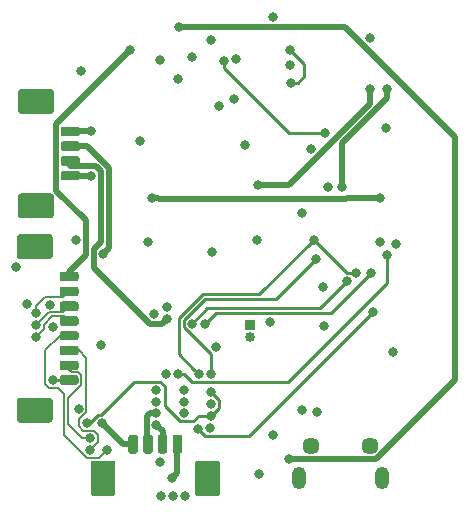
<source format=gbl>
G04 #@! TF.GenerationSoftware,KiCad,Pcbnew,(5.1.5)-3*
G04 #@! TF.CreationDate,2021-09-06T00:05:08-04:00*
G04 #@! TF.ProjectId,EPC611 LIDAR,45504336-3131-4204-9c49-4441522e6b69,rev?*
G04 #@! TF.SameCoordinates,Original*
G04 #@! TF.FileFunction,Copper,L4,Bot*
G04 #@! TF.FilePolarity,Positive*
%FSLAX46Y46*%
G04 Gerber Fmt 4.6, Leading zero omitted, Abs format (unit mm)*
G04 Created by KiCad (PCBNEW (5.1.5)-3) date 2021-09-06 00:05:08*
%MOMM*%
%LPD*%
G04 APERTURE LIST*
%ADD10O,0.850000X0.850000*%
%ADD11R,0.850000X0.850000*%
%ADD12C,0.100000*%
%ADD13O,1.200000X1.900000*%
%ADD14C,1.450000*%
%ADD15C,0.800000*%
%ADD16C,0.250000*%
%ADD17C,0.500000*%
%ADD18C,0.155000*%
G04 APERTURE END LIST*
D10*
X100600000Y-100500000D03*
D11*
X100600000Y-99500000D03*
G04 #@! TA.AperFunction,SMDPad,CuDef*
D12*
G36*
X83674594Y-91826203D02*
G01*
X83698853Y-91829802D01*
X83722642Y-91835761D01*
X83745733Y-91844023D01*
X83767902Y-91854508D01*
X83788937Y-91867116D01*
X83808635Y-91881725D01*
X83826806Y-91898194D01*
X83843275Y-91916365D01*
X83857884Y-91936063D01*
X83870492Y-91957098D01*
X83880977Y-91979267D01*
X83889239Y-92002358D01*
X83895198Y-92026147D01*
X83898797Y-92050406D01*
X83900000Y-92074900D01*
X83900000Y-93675100D01*
X83898797Y-93699594D01*
X83895198Y-93723853D01*
X83889239Y-93747642D01*
X83880977Y-93770733D01*
X83870492Y-93792902D01*
X83857884Y-93813937D01*
X83843275Y-93833635D01*
X83826806Y-93851806D01*
X83808635Y-93868275D01*
X83788937Y-93882884D01*
X83767902Y-93895492D01*
X83745733Y-93905977D01*
X83722642Y-93914239D01*
X83698853Y-93920198D01*
X83674594Y-93923797D01*
X83650100Y-93925000D01*
X81149900Y-93925000D01*
X81125406Y-93923797D01*
X81101147Y-93920198D01*
X81077358Y-93914239D01*
X81054267Y-93905977D01*
X81032098Y-93895492D01*
X81011063Y-93882884D01*
X80991365Y-93868275D01*
X80973194Y-93851806D01*
X80956725Y-93833635D01*
X80942116Y-93813937D01*
X80929508Y-93792902D01*
X80919023Y-93770733D01*
X80910761Y-93747642D01*
X80904802Y-93723853D01*
X80901203Y-93699594D01*
X80900000Y-93675100D01*
X80900000Y-92074900D01*
X80901203Y-92050406D01*
X80904802Y-92026147D01*
X80910761Y-92002358D01*
X80919023Y-91979267D01*
X80929508Y-91957098D01*
X80942116Y-91936063D01*
X80956725Y-91916365D01*
X80973194Y-91898194D01*
X80991365Y-91881725D01*
X81011063Y-91867116D01*
X81032098Y-91854508D01*
X81054267Y-91844023D01*
X81077358Y-91835761D01*
X81101147Y-91829802D01*
X81125406Y-91826203D01*
X81149900Y-91825000D01*
X83650100Y-91825000D01*
X83674594Y-91826203D01*
G37*
G04 #@! TD.AperFunction*
G04 #@! TA.AperFunction,SMDPad,CuDef*
G36*
X83674504Y-105676204D02*
G01*
X83698773Y-105679804D01*
X83722571Y-105685765D01*
X83745671Y-105694030D01*
X83767849Y-105704520D01*
X83788893Y-105717133D01*
X83808598Y-105731747D01*
X83826777Y-105748223D01*
X83843253Y-105766402D01*
X83857867Y-105786107D01*
X83870480Y-105807151D01*
X83880970Y-105829329D01*
X83889235Y-105852429D01*
X83895196Y-105876227D01*
X83898796Y-105900496D01*
X83900000Y-105925000D01*
X83900000Y-107525000D01*
X83898796Y-107549504D01*
X83895196Y-107573773D01*
X83889235Y-107597571D01*
X83880970Y-107620671D01*
X83870480Y-107642849D01*
X83857867Y-107663893D01*
X83843253Y-107683598D01*
X83826777Y-107701777D01*
X83808598Y-107718253D01*
X83788893Y-107732867D01*
X83767849Y-107745480D01*
X83745671Y-107755970D01*
X83722571Y-107764235D01*
X83698773Y-107770196D01*
X83674504Y-107773796D01*
X83650000Y-107775000D01*
X81150000Y-107775000D01*
X81125496Y-107773796D01*
X81101227Y-107770196D01*
X81077429Y-107764235D01*
X81054329Y-107755970D01*
X81032151Y-107745480D01*
X81011107Y-107732867D01*
X80991402Y-107718253D01*
X80973223Y-107701777D01*
X80956747Y-107683598D01*
X80942133Y-107663893D01*
X80929520Y-107642849D01*
X80919030Y-107620671D01*
X80910765Y-107597571D01*
X80904804Y-107573773D01*
X80901204Y-107549504D01*
X80900000Y-107525000D01*
X80900000Y-105925000D01*
X80901204Y-105900496D01*
X80904804Y-105876227D01*
X80910765Y-105852429D01*
X80919030Y-105829329D01*
X80929520Y-105807151D01*
X80942133Y-105786107D01*
X80956747Y-105766402D01*
X80973223Y-105748223D01*
X80991402Y-105731747D01*
X81011107Y-105717133D01*
X81032151Y-105704520D01*
X81054329Y-105694030D01*
X81077429Y-105685765D01*
X81101227Y-105679804D01*
X81125496Y-105676204D01*
X81150000Y-105675000D01*
X83650000Y-105675000D01*
X83674504Y-105676204D01*
G37*
G04 #@! TD.AperFunction*
G04 #@! TA.AperFunction,SMDPad,CuDef*
G36*
X85919603Y-95025963D02*
G01*
X85939018Y-95028843D01*
X85958057Y-95033612D01*
X85976537Y-95040224D01*
X85994279Y-95048616D01*
X86011114Y-95058706D01*
X86026879Y-95070398D01*
X86041421Y-95083579D01*
X86054602Y-95098121D01*
X86066294Y-95113886D01*
X86076384Y-95130721D01*
X86084776Y-95148463D01*
X86091388Y-95166943D01*
X86096157Y-95185982D01*
X86099037Y-95205397D01*
X86100000Y-95225000D01*
X86100000Y-95625000D01*
X86099037Y-95644603D01*
X86096157Y-95664018D01*
X86091388Y-95683057D01*
X86084776Y-95701537D01*
X86076384Y-95719279D01*
X86066294Y-95736114D01*
X86054602Y-95751879D01*
X86041421Y-95766421D01*
X86026879Y-95779602D01*
X86011114Y-95791294D01*
X85994279Y-95801384D01*
X85976537Y-95809776D01*
X85958057Y-95816388D01*
X85939018Y-95821157D01*
X85919603Y-95824037D01*
X85900000Y-95825000D01*
X84700000Y-95825000D01*
X84680397Y-95824037D01*
X84660982Y-95821157D01*
X84641943Y-95816388D01*
X84623463Y-95809776D01*
X84605721Y-95801384D01*
X84588886Y-95791294D01*
X84573121Y-95779602D01*
X84558579Y-95766421D01*
X84545398Y-95751879D01*
X84533706Y-95736114D01*
X84523616Y-95719279D01*
X84515224Y-95701537D01*
X84508612Y-95683057D01*
X84503843Y-95664018D01*
X84500963Y-95644603D01*
X84500000Y-95625000D01*
X84500000Y-95225000D01*
X84500963Y-95205397D01*
X84503843Y-95185982D01*
X84508612Y-95166943D01*
X84515224Y-95148463D01*
X84523616Y-95130721D01*
X84533706Y-95113886D01*
X84545398Y-95098121D01*
X84558579Y-95083579D01*
X84573121Y-95070398D01*
X84588886Y-95058706D01*
X84605721Y-95048616D01*
X84623463Y-95040224D01*
X84641943Y-95033612D01*
X84660982Y-95028843D01*
X84680397Y-95025963D01*
X84700000Y-95025000D01*
X85900000Y-95025000D01*
X85919603Y-95025963D01*
G37*
G04 #@! TD.AperFunction*
G04 #@! TA.AperFunction,SMDPad,CuDef*
G36*
X85919603Y-96275963D02*
G01*
X85939018Y-96278843D01*
X85958057Y-96283612D01*
X85976537Y-96290224D01*
X85994279Y-96298616D01*
X86011114Y-96308706D01*
X86026879Y-96320398D01*
X86041421Y-96333579D01*
X86054602Y-96348121D01*
X86066294Y-96363886D01*
X86076384Y-96380721D01*
X86084776Y-96398463D01*
X86091388Y-96416943D01*
X86096157Y-96435982D01*
X86099037Y-96455397D01*
X86100000Y-96475000D01*
X86100000Y-96875000D01*
X86099037Y-96894603D01*
X86096157Y-96914018D01*
X86091388Y-96933057D01*
X86084776Y-96951537D01*
X86076384Y-96969279D01*
X86066294Y-96986114D01*
X86054602Y-97001879D01*
X86041421Y-97016421D01*
X86026879Y-97029602D01*
X86011114Y-97041294D01*
X85994279Y-97051384D01*
X85976537Y-97059776D01*
X85958057Y-97066388D01*
X85939018Y-97071157D01*
X85919603Y-97074037D01*
X85900000Y-97075000D01*
X84700000Y-97075000D01*
X84680397Y-97074037D01*
X84660982Y-97071157D01*
X84641943Y-97066388D01*
X84623463Y-97059776D01*
X84605721Y-97051384D01*
X84588886Y-97041294D01*
X84573121Y-97029602D01*
X84558579Y-97016421D01*
X84545398Y-97001879D01*
X84533706Y-96986114D01*
X84523616Y-96969279D01*
X84515224Y-96951537D01*
X84508612Y-96933057D01*
X84503843Y-96914018D01*
X84500963Y-96894603D01*
X84500000Y-96875000D01*
X84500000Y-96475000D01*
X84500963Y-96455397D01*
X84503843Y-96435982D01*
X84508612Y-96416943D01*
X84515224Y-96398463D01*
X84523616Y-96380721D01*
X84533706Y-96363886D01*
X84545398Y-96348121D01*
X84558579Y-96333579D01*
X84573121Y-96320398D01*
X84588886Y-96308706D01*
X84605721Y-96298616D01*
X84623463Y-96290224D01*
X84641943Y-96283612D01*
X84660982Y-96278843D01*
X84680397Y-96275963D01*
X84700000Y-96275000D01*
X85900000Y-96275000D01*
X85919603Y-96275963D01*
G37*
G04 #@! TD.AperFunction*
G04 #@! TA.AperFunction,SMDPad,CuDef*
G36*
X85919603Y-97525963D02*
G01*
X85939018Y-97528843D01*
X85958057Y-97533612D01*
X85976537Y-97540224D01*
X85994279Y-97548616D01*
X86011114Y-97558706D01*
X86026879Y-97570398D01*
X86041421Y-97583579D01*
X86054602Y-97598121D01*
X86066294Y-97613886D01*
X86076384Y-97630721D01*
X86084776Y-97648463D01*
X86091388Y-97666943D01*
X86096157Y-97685982D01*
X86099037Y-97705397D01*
X86100000Y-97725000D01*
X86100000Y-98125000D01*
X86099037Y-98144603D01*
X86096157Y-98164018D01*
X86091388Y-98183057D01*
X86084776Y-98201537D01*
X86076384Y-98219279D01*
X86066294Y-98236114D01*
X86054602Y-98251879D01*
X86041421Y-98266421D01*
X86026879Y-98279602D01*
X86011114Y-98291294D01*
X85994279Y-98301384D01*
X85976537Y-98309776D01*
X85958057Y-98316388D01*
X85939018Y-98321157D01*
X85919603Y-98324037D01*
X85900000Y-98325000D01*
X84700000Y-98325000D01*
X84680397Y-98324037D01*
X84660982Y-98321157D01*
X84641943Y-98316388D01*
X84623463Y-98309776D01*
X84605721Y-98301384D01*
X84588886Y-98291294D01*
X84573121Y-98279602D01*
X84558579Y-98266421D01*
X84545398Y-98251879D01*
X84533706Y-98236114D01*
X84523616Y-98219279D01*
X84515224Y-98201537D01*
X84508612Y-98183057D01*
X84503843Y-98164018D01*
X84500963Y-98144603D01*
X84500000Y-98125000D01*
X84500000Y-97725000D01*
X84500963Y-97705397D01*
X84503843Y-97685982D01*
X84508612Y-97666943D01*
X84515224Y-97648463D01*
X84523616Y-97630721D01*
X84533706Y-97613886D01*
X84545398Y-97598121D01*
X84558579Y-97583579D01*
X84573121Y-97570398D01*
X84588886Y-97558706D01*
X84605721Y-97548616D01*
X84623463Y-97540224D01*
X84641943Y-97533612D01*
X84660982Y-97528843D01*
X84680397Y-97525963D01*
X84700000Y-97525000D01*
X85900000Y-97525000D01*
X85919603Y-97525963D01*
G37*
G04 #@! TD.AperFunction*
G04 #@! TA.AperFunction,SMDPad,CuDef*
G36*
X85919603Y-98775963D02*
G01*
X85939018Y-98778843D01*
X85958057Y-98783612D01*
X85976537Y-98790224D01*
X85994279Y-98798616D01*
X86011114Y-98808706D01*
X86026879Y-98820398D01*
X86041421Y-98833579D01*
X86054602Y-98848121D01*
X86066294Y-98863886D01*
X86076384Y-98880721D01*
X86084776Y-98898463D01*
X86091388Y-98916943D01*
X86096157Y-98935982D01*
X86099037Y-98955397D01*
X86100000Y-98975000D01*
X86100000Y-99375000D01*
X86099037Y-99394603D01*
X86096157Y-99414018D01*
X86091388Y-99433057D01*
X86084776Y-99451537D01*
X86076384Y-99469279D01*
X86066294Y-99486114D01*
X86054602Y-99501879D01*
X86041421Y-99516421D01*
X86026879Y-99529602D01*
X86011114Y-99541294D01*
X85994279Y-99551384D01*
X85976537Y-99559776D01*
X85958057Y-99566388D01*
X85939018Y-99571157D01*
X85919603Y-99574037D01*
X85900000Y-99575000D01*
X84700000Y-99575000D01*
X84680397Y-99574037D01*
X84660982Y-99571157D01*
X84641943Y-99566388D01*
X84623463Y-99559776D01*
X84605721Y-99551384D01*
X84588886Y-99541294D01*
X84573121Y-99529602D01*
X84558579Y-99516421D01*
X84545398Y-99501879D01*
X84533706Y-99486114D01*
X84523616Y-99469279D01*
X84515224Y-99451537D01*
X84508612Y-99433057D01*
X84503843Y-99414018D01*
X84500963Y-99394603D01*
X84500000Y-99375000D01*
X84500000Y-98975000D01*
X84500963Y-98955397D01*
X84503843Y-98935982D01*
X84508612Y-98916943D01*
X84515224Y-98898463D01*
X84523616Y-98880721D01*
X84533706Y-98863886D01*
X84545398Y-98848121D01*
X84558579Y-98833579D01*
X84573121Y-98820398D01*
X84588886Y-98808706D01*
X84605721Y-98798616D01*
X84623463Y-98790224D01*
X84641943Y-98783612D01*
X84660982Y-98778843D01*
X84680397Y-98775963D01*
X84700000Y-98775000D01*
X85900000Y-98775000D01*
X85919603Y-98775963D01*
G37*
G04 #@! TD.AperFunction*
G04 #@! TA.AperFunction,SMDPad,CuDef*
G36*
X85919603Y-100025963D02*
G01*
X85939018Y-100028843D01*
X85958057Y-100033612D01*
X85976537Y-100040224D01*
X85994279Y-100048616D01*
X86011114Y-100058706D01*
X86026879Y-100070398D01*
X86041421Y-100083579D01*
X86054602Y-100098121D01*
X86066294Y-100113886D01*
X86076384Y-100130721D01*
X86084776Y-100148463D01*
X86091388Y-100166943D01*
X86096157Y-100185982D01*
X86099037Y-100205397D01*
X86100000Y-100225000D01*
X86100000Y-100625000D01*
X86099037Y-100644603D01*
X86096157Y-100664018D01*
X86091388Y-100683057D01*
X86084776Y-100701537D01*
X86076384Y-100719279D01*
X86066294Y-100736114D01*
X86054602Y-100751879D01*
X86041421Y-100766421D01*
X86026879Y-100779602D01*
X86011114Y-100791294D01*
X85994279Y-100801384D01*
X85976537Y-100809776D01*
X85958057Y-100816388D01*
X85939018Y-100821157D01*
X85919603Y-100824037D01*
X85900000Y-100825000D01*
X84700000Y-100825000D01*
X84680397Y-100824037D01*
X84660982Y-100821157D01*
X84641943Y-100816388D01*
X84623463Y-100809776D01*
X84605721Y-100801384D01*
X84588886Y-100791294D01*
X84573121Y-100779602D01*
X84558579Y-100766421D01*
X84545398Y-100751879D01*
X84533706Y-100736114D01*
X84523616Y-100719279D01*
X84515224Y-100701537D01*
X84508612Y-100683057D01*
X84503843Y-100664018D01*
X84500963Y-100644603D01*
X84500000Y-100625000D01*
X84500000Y-100225000D01*
X84500963Y-100205397D01*
X84503843Y-100185982D01*
X84508612Y-100166943D01*
X84515224Y-100148463D01*
X84523616Y-100130721D01*
X84533706Y-100113886D01*
X84545398Y-100098121D01*
X84558579Y-100083579D01*
X84573121Y-100070398D01*
X84588886Y-100058706D01*
X84605721Y-100048616D01*
X84623463Y-100040224D01*
X84641943Y-100033612D01*
X84660982Y-100028843D01*
X84680397Y-100025963D01*
X84700000Y-100025000D01*
X85900000Y-100025000D01*
X85919603Y-100025963D01*
G37*
G04 #@! TD.AperFunction*
G04 #@! TA.AperFunction,SMDPad,CuDef*
G36*
X85919603Y-101275963D02*
G01*
X85939018Y-101278843D01*
X85958057Y-101283612D01*
X85976537Y-101290224D01*
X85994279Y-101298616D01*
X86011114Y-101308706D01*
X86026879Y-101320398D01*
X86041421Y-101333579D01*
X86054602Y-101348121D01*
X86066294Y-101363886D01*
X86076384Y-101380721D01*
X86084776Y-101398463D01*
X86091388Y-101416943D01*
X86096157Y-101435982D01*
X86099037Y-101455397D01*
X86100000Y-101475000D01*
X86100000Y-101875000D01*
X86099037Y-101894603D01*
X86096157Y-101914018D01*
X86091388Y-101933057D01*
X86084776Y-101951537D01*
X86076384Y-101969279D01*
X86066294Y-101986114D01*
X86054602Y-102001879D01*
X86041421Y-102016421D01*
X86026879Y-102029602D01*
X86011114Y-102041294D01*
X85994279Y-102051384D01*
X85976537Y-102059776D01*
X85958057Y-102066388D01*
X85939018Y-102071157D01*
X85919603Y-102074037D01*
X85900000Y-102075000D01*
X84700000Y-102075000D01*
X84680397Y-102074037D01*
X84660982Y-102071157D01*
X84641943Y-102066388D01*
X84623463Y-102059776D01*
X84605721Y-102051384D01*
X84588886Y-102041294D01*
X84573121Y-102029602D01*
X84558579Y-102016421D01*
X84545398Y-102001879D01*
X84533706Y-101986114D01*
X84523616Y-101969279D01*
X84515224Y-101951537D01*
X84508612Y-101933057D01*
X84503843Y-101914018D01*
X84500963Y-101894603D01*
X84500000Y-101875000D01*
X84500000Y-101475000D01*
X84500963Y-101455397D01*
X84503843Y-101435982D01*
X84508612Y-101416943D01*
X84515224Y-101398463D01*
X84523616Y-101380721D01*
X84533706Y-101363886D01*
X84545398Y-101348121D01*
X84558579Y-101333579D01*
X84573121Y-101320398D01*
X84588886Y-101308706D01*
X84605721Y-101298616D01*
X84623463Y-101290224D01*
X84641943Y-101283612D01*
X84660982Y-101278843D01*
X84680397Y-101275963D01*
X84700000Y-101275000D01*
X85900000Y-101275000D01*
X85919603Y-101275963D01*
G37*
G04 #@! TD.AperFunction*
G04 #@! TA.AperFunction,SMDPad,CuDef*
G36*
X85919603Y-102525963D02*
G01*
X85939018Y-102528843D01*
X85958057Y-102533612D01*
X85976537Y-102540224D01*
X85994279Y-102548616D01*
X86011114Y-102558706D01*
X86026879Y-102570398D01*
X86041421Y-102583579D01*
X86054602Y-102598121D01*
X86066294Y-102613886D01*
X86076384Y-102630721D01*
X86084776Y-102648463D01*
X86091388Y-102666943D01*
X86096157Y-102685982D01*
X86099037Y-102705397D01*
X86100000Y-102725000D01*
X86100000Y-103125000D01*
X86099037Y-103144603D01*
X86096157Y-103164018D01*
X86091388Y-103183057D01*
X86084776Y-103201537D01*
X86076384Y-103219279D01*
X86066294Y-103236114D01*
X86054602Y-103251879D01*
X86041421Y-103266421D01*
X86026879Y-103279602D01*
X86011114Y-103291294D01*
X85994279Y-103301384D01*
X85976537Y-103309776D01*
X85958057Y-103316388D01*
X85939018Y-103321157D01*
X85919603Y-103324037D01*
X85900000Y-103325000D01*
X84700000Y-103325000D01*
X84680397Y-103324037D01*
X84660982Y-103321157D01*
X84641943Y-103316388D01*
X84623463Y-103309776D01*
X84605721Y-103301384D01*
X84588886Y-103291294D01*
X84573121Y-103279602D01*
X84558579Y-103266421D01*
X84545398Y-103251879D01*
X84533706Y-103236114D01*
X84523616Y-103219279D01*
X84515224Y-103201537D01*
X84508612Y-103183057D01*
X84503843Y-103164018D01*
X84500963Y-103144603D01*
X84500000Y-103125000D01*
X84500000Y-102725000D01*
X84500963Y-102705397D01*
X84503843Y-102685982D01*
X84508612Y-102666943D01*
X84515224Y-102648463D01*
X84523616Y-102630721D01*
X84533706Y-102613886D01*
X84545398Y-102598121D01*
X84558579Y-102583579D01*
X84573121Y-102570398D01*
X84588886Y-102558706D01*
X84605721Y-102548616D01*
X84623463Y-102540224D01*
X84641943Y-102533612D01*
X84660982Y-102528843D01*
X84680397Y-102525963D01*
X84700000Y-102525000D01*
X85900000Y-102525000D01*
X85919603Y-102525963D01*
G37*
G04 #@! TD.AperFunction*
G04 #@! TA.AperFunction,SMDPad,CuDef*
G36*
X85919603Y-103775963D02*
G01*
X85939018Y-103778843D01*
X85958057Y-103783612D01*
X85976537Y-103790224D01*
X85994279Y-103798616D01*
X86011114Y-103808706D01*
X86026879Y-103820398D01*
X86041421Y-103833579D01*
X86054602Y-103848121D01*
X86066294Y-103863886D01*
X86076384Y-103880721D01*
X86084776Y-103898463D01*
X86091388Y-103916943D01*
X86096157Y-103935982D01*
X86099037Y-103955397D01*
X86100000Y-103975000D01*
X86100000Y-104375000D01*
X86099037Y-104394603D01*
X86096157Y-104414018D01*
X86091388Y-104433057D01*
X86084776Y-104451537D01*
X86076384Y-104469279D01*
X86066294Y-104486114D01*
X86054602Y-104501879D01*
X86041421Y-104516421D01*
X86026879Y-104529602D01*
X86011114Y-104541294D01*
X85994279Y-104551384D01*
X85976537Y-104559776D01*
X85958057Y-104566388D01*
X85939018Y-104571157D01*
X85919603Y-104574037D01*
X85900000Y-104575000D01*
X84700000Y-104575000D01*
X84680397Y-104574037D01*
X84660982Y-104571157D01*
X84641943Y-104566388D01*
X84623463Y-104559776D01*
X84605721Y-104551384D01*
X84588886Y-104541294D01*
X84573121Y-104529602D01*
X84558579Y-104516421D01*
X84545398Y-104501879D01*
X84533706Y-104486114D01*
X84523616Y-104469279D01*
X84515224Y-104451537D01*
X84508612Y-104433057D01*
X84503843Y-104414018D01*
X84500963Y-104394603D01*
X84500000Y-104375000D01*
X84500000Y-103975000D01*
X84500963Y-103955397D01*
X84503843Y-103935982D01*
X84508612Y-103916943D01*
X84515224Y-103898463D01*
X84523616Y-103880721D01*
X84533706Y-103863886D01*
X84545398Y-103848121D01*
X84558579Y-103833579D01*
X84573121Y-103820398D01*
X84588886Y-103808706D01*
X84605721Y-103798616D01*
X84623463Y-103790224D01*
X84641943Y-103783612D01*
X84660982Y-103778843D01*
X84680397Y-103775963D01*
X84700000Y-103775000D01*
X85900000Y-103775000D01*
X85919603Y-103775963D01*
G37*
G04 #@! TD.AperFunction*
D13*
X111800000Y-112437500D03*
X104800000Y-112437500D03*
D14*
X110800000Y-109737500D03*
X105800000Y-109737500D03*
G04 #@! TA.AperFunction,SMDPad,CuDef*
D12*
G36*
X83774504Y-79526204D02*
G01*
X83798773Y-79529804D01*
X83822571Y-79535765D01*
X83845671Y-79544030D01*
X83867849Y-79554520D01*
X83888893Y-79567133D01*
X83908598Y-79581747D01*
X83926777Y-79598223D01*
X83943253Y-79616402D01*
X83957867Y-79636107D01*
X83970480Y-79657151D01*
X83980970Y-79679329D01*
X83989235Y-79702429D01*
X83995196Y-79726227D01*
X83998796Y-79750496D01*
X84000000Y-79775000D01*
X84000000Y-81375000D01*
X83998796Y-81399504D01*
X83995196Y-81423773D01*
X83989235Y-81447571D01*
X83980970Y-81470671D01*
X83970480Y-81492849D01*
X83957867Y-81513893D01*
X83943253Y-81533598D01*
X83926777Y-81551777D01*
X83908598Y-81568253D01*
X83888893Y-81582867D01*
X83867849Y-81595480D01*
X83845671Y-81605970D01*
X83822571Y-81614235D01*
X83798773Y-81620196D01*
X83774504Y-81623796D01*
X83750000Y-81625000D01*
X81250000Y-81625000D01*
X81225496Y-81623796D01*
X81201227Y-81620196D01*
X81177429Y-81614235D01*
X81154329Y-81605970D01*
X81132151Y-81595480D01*
X81111107Y-81582867D01*
X81091402Y-81568253D01*
X81073223Y-81551777D01*
X81056747Y-81533598D01*
X81042133Y-81513893D01*
X81029520Y-81492849D01*
X81019030Y-81470671D01*
X81010765Y-81447571D01*
X81004804Y-81423773D01*
X81001204Y-81399504D01*
X81000000Y-81375000D01*
X81000000Y-79775000D01*
X81001204Y-79750496D01*
X81004804Y-79726227D01*
X81010765Y-79702429D01*
X81019030Y-79679329D01*
X81029520Y-79657151D01*
X81042133Y-79636107D01*
X81056747Y-79616402D01*
X81073223Y-79598223D01*
X81091402Y-79581747D01*
X81111107Y-79567133D01*
X81132151Y-79554520D01*
X81154329Y-79544030D01*
X81177429Y-79535765D01*
X81201227Y-79529804D01*
X81225496Y-79526204D01*
X81250000Y-79525000D01*
X83750000Y-79525000D01*
X83774504Y-79526204D01*
G37*
G04 #@! TD.AperFunction*
G04 #@! TA.AperFunction,SMDPad,CuDef*
G36*
X83774504Y-88376204D02*
G01*
X83798773Y-88379804D01*
X83822571Y-88385765D01*
X83845671Y-88394030D01*
X83867849Y-88404520D01*
X83888893Y-88417133D01*
X83908598Y-88431747D01*
X83926777Y-88448223D01*
X83943253Y-88466402D01*
X83957867Y-88486107D01*
X83970480Y-88507151D01*
X83980970Y-88529329D01*
X83989235Y-88552429D01*
X83995196Y-88576227D01*
X83998796Y-88600496D01*
X84000000Y-88625000D01*
X84000000Y-90225000D01*
X83998796Y-90249504D01*
X83995196Y-90273773D01*
X83989235Y-90297571D01*
X83980970Y-90320671D01*
X83970480Y-90342849D01*
X83957867Y-90363893D01*
X83943253Y-90383598D01*
X83926777Y-90401777D01*
X83908598Y-90418253D01*
X83888893Y-90432867D01*
X83867849Y-90445480D01*
X83845671Y-90455970D01*
X83822571Y-90464235D01*
X83798773Y-90470196D01*
X83774504Y-90473796D01*
X83750000Y-90475000D01*
X81250000Y-90475000D01*
X81225496Y-90473796D01*
X81201227Y-90470196D01*
X81177429Y-90464235D01*
X81154329Y-90455970D01*
X81132151Y-90445480D01*
X81111107Y-90432867D01*
X81091402Y-90418253D01*
X81073223Y-90401777D01*
X81056747Y-90383598D01*
X81042133Y-90363893D01*
X81029520Y-90342849D01*
X81019030Y-90320671D01*
X81010765Y-90297571D01*
X81004804Y-90273773D01*
X81001204Y-90249504D01*
X81000000Y-90225000D01*
X81000000Y-88625000D01*
X81001204Y-88600496D01*
X81004804Y-88576227D01*
X81010765Y-88552429D01*
X81019030Y-88529329D01*
X81029520Y-88507151D01*
X81042133Y-88486107D01*
X81056747Y-88466402D01*
X81073223Y-88448223D01*
X81091402Y-88431747D01*
X81111107Y-88417133D01*
X81132151Y-88404520D01*
X81154329Y-88394030D01*
X81177429Y-88385765D01*
X81201227Y-88379804D01*
X81225496Y-88376204D01*
X81250000Y-88375000D01*
X83750000Y-88375000D01*
X83774504Y-88376204D01*
G37*
G04 #@! TD.AperFunction*
G04 #@! TA.AperFunction,SMDPad,CuDef*
G36*
X86019603Y-82725963D02*
G01*
X86039018Y-82728843D01*
X86058057Y-82733612D01*
X86076537Y-82740224D01*
X86094279Y-82748616D01*
X86111114Y-82758706D01*
X86126879Y-82770398D01*
X86141421Y-82783579D01*
X86154602Y-82798121D01*
X86166294Y-82813886D01*
X86176384Y-82830721D01*
X86184776Y-82848463D01*
X86191388Y-82866943D01*
X86196157Y-82885982D01*
X86199037Y-82905397D01*
X86200000Y-82925000D01*
X86200000Y-83325000D01*
X86199037Y-83344603D01*
X86196157Y-83364018D01*
X86191388Y-83383057D01*
X86184776Y-83401537D01*
X86176384Y-83419279D01*
X86166294Y-83436114D01*
X86154602Y-83451879D01*
X86141421Y-83466421D01*
X86126879Y-83479602D01*
X86111114Y-83491294D01*
X86094279Y-83501384D01*
X86076537Y-83509776D01*
X86058057Y-83516388D01*
X86039018Y-83521157D01*
X86019603Y-83524037D01*
X86000000Y-83525000D01*
X84800000Y-83525000D01*
X84780397Y-83524037D01*
X84760982Y-83521157D01*
X84741943Y-83516388D01*
X84723463Y-83509776D01*
X84705721Y-83501384D01*
X84688886Y-83491294D01*
X84673121Y-83479602D01*
X84658579Y-83466421D01*
X84645398Y-83451879D01*
X84633706Y-83436114D01*
X84623616Y-83419279D01*
X84615224Y-83401537D01*
X84608612Y-83383057D01*
X84603843Y-83364018D01*
X84600963Y-83344603D01*
X84600000Y-83325000D01*
X84600000Y-82925000D01*
X84600963Y-82905397D01*
X84603843Y-82885982D01*
X84608612Y-82866943D01*
X84615224Y-82848463D01*
X84623616Y-82830721D01*
X84633706Y-82813886D01*
X84645398Y-82798121D01*
X84658579Y-82783579D01*
X84673121Y-82770398D01*
X84688886Y-82758706D01*
X84705721Y-82748616D01*
X84723463Y-82740224D01*
X84741943Y-82733612D01*
X84760982Y-82728843D01*
X84780397Y-82725963D01*
X84800000Y-82725000D01*
X86000000Y-82725000D01*
X86019603Y-82725963D01*
G37*
G04 #@! TD.AperFunction*
G04 #@! TA.AperFunction,SMDPad,CuDef*
G36*
X86019603Y-83975963D02*
G01*
X86039018Y-83978843D01*
X86058057Y-83983612D01*
X86076537Y-83990224D01*
X86094279Y-83998616D01*
X86111114Y-84008706D01*
X86126879Y-84020398D01*
X86141421Y-84033579D01*
X86154602Y-84048121D01*
X86166294Y-84063886D01*
X86176384Y-84080721D01*
X86184776Y-84098463D01*
X86191388Y-84116943D01*
X86196157Y-84135982D01*
X86199037Y-84155397D01*
X86200000Y-84175000D01*
X86200000Y-84575000D01*
X86199037Y-84594603D01*
X86196157Y-84614018D01*
X86191388Y-84633057D01*
X86184776Y-84651537D01*
X86176384Y-84669279D01*
X86166294Y-84686114D01*
X86154602Y-84701879D01*
X86141421Y-84716421D01*
X86126879Y-84729602D01*
X86111114Y-84741294D01*
X86094279Y-84751384D01*
X86076537Y-84759776D01*
X86058057Y-84766388D01*
X86039018Y-84771157D01*
X86019603Y-84774037D01*
X86000000Y-84775000D01*
X84800000Y-84775000D01*
X84780397Y-84774037D01*
X84760982Y-84771157D01*
X84741943Y-84766388D01*
X84723463Y-84759776D01*
X84705721Y-84751384D01*
X84688886Y-84741294D01*
X84673121Y-84729602D01*
X84658579Y-84716421D01*
X84645398Y-84701879D01*
X84633706Y-84686114D01*
X84623616Y-84669279D01*
X84615224Y-84651537D01*
X84608612Y-84633057D01*
X84603843Y-84614018D01*
X84600963Y-84594603D01*
X84600000Y-84575000D01*
X84600000Y-84175000D01*
X84600963Y-84155397D01*
X84603843Y-84135982D01*
X84608612Y-84116943D01*
X84615224Y-84098463D01*
X84623616Y-84080721D01*
X84633706Y-84063886D01*
X84645398Y-84048121D01*
X84658579Y-84033579D01*
X84673121Y-84020398D01*
X84688886Y-84008706D01*
X84705721Y-83998616D01*
X84723463Y-83990224D01*
X84741943Y-83983612D01*
X84760982Y-83978843D01*
X84780397Y-83975963D01*
X84800000Y-83975000D01*
X86000000Y-83975000D01*
X86019603Y-83975963D01*
G37*
G04 #@! TD.AperFunction*
G04 #@! TA.AperFunction,SMDPad,CuDef*
G36*
X86019603Y-85225963D02*
G01*
X86039018Y-85228843D01*
X86058057Y-85233612D01*
X86076537Y-85240224D01*
X86094279Y-85248616D01*
X86111114Y-85258706D01*
X86126879Y-85270398D01*
X86141421Y-85283579D01*
X86154602Y-85298121D01*
X86166294Y-85313886D01*
X86176384Y-85330721D01*
X86184776Y-85348463D01*
X86191388Y-85366943D01*
X86196157Y-85385982D01*
X86199037Y-85405397D01*
X86200000Y-85425000D01*
X86200000Y-85825000D01*
X86199037Y-85844603D01*
X86196157Y-85864018D01*
X86191388Y-85883057D01*
X86184776Y-85901537D01*
X86176384Y-85919279D01*
X86166294Y-85936114D01*
X86154602Y-85951879D01*
X86141421Y-85966421D01*
X86126879Y-85979602D01*
X86111114Y-85991294D01*
X86094279Y-86001384D01*
X86076537Y-86009776D01*
X86058057Y-86016388D01*
X86039018Y-86021157D01*
X86019603Y-86024037D01*
X86000000Y-86025000D01*
X84800000Y-86025000D01*
X84780397Y-86024037D01*
X84760982Y-86021157D01*
X84741943Y-86016388D01*
X84723463Y-86009776D01*
X84705721Y-86001384D01*
X84688886Y-85991294D01*
X84673121Y-85979602D01*
X84658579Y-85966421D01*
X84645398Y-85951879D01*
X84633706Y-85936114D01*
X84623616Y-85919279D01*
X84615224Y-85901537D01*
X84608612Y-85883057D01*
X84603843Y-85864018D01*
X84600963Y-85844603D01*
X84600000Y-85825000D01*
X84600000Y-85425000D01*
X84600963Y-85405397D01*
X84603843Y-85385982D01*
X84608612Y-85366943D01*
X84615224Y-85348463D01*
X84623616Y-85330721D01*
X84633706Y-85313886D01*
X84645398Y-85298121D01*
X84658579Y-85283579D01*
X84673121Y-85270398D01*
X84688886Y-85258706D01*
X84705721Y-85248616D01*
X84723463Y-85240224D01*
X84741943Y-85233612D01*
X84760982Y-85228843D01*
X84780397Y-85225963D01*
X84800000Y-85225000D01*
X86000000Y-85225000D01*
X86019603Y-85225963D01*
G37*
G04 #@! TD.AperFunction*
G04 #@! TA.AperFunction,SMDPad,CuDef*
G36*
X86019603Y-86475963D02*
G01*
X86039018Y-86478843D01*
X86058057Y-86483612D01*
X86076537Y-86490224D01*
X86094279Y-86498616D01*
X86111114Y-86508706D01*
X86126879Y-86520398D01*
X86141421Y-86533579D01*
X86154602Y-86548121D01*
X86166294Y-86563886D01*
X86176384Y-86580721D01*
X86184776Y-86598463D01*
X86191388Y-86616943D01*
X86196157Y-86635982D01*
X86199037Y-86655397D01*
X86200000Y-86675000D01*
X86200000Y-87075000D01*
X86199037Y-87094603D01*
X86196157Y-87114018D01*
X86191388Y-87133057D01*
X86184776Y-87151537D01*
X86176384Y-87169279D01*
X86166294Y-87186114D01*
X86154602Y-87201879D01*
X86141421Y-87216421D01*
X86126879Y-87229602D01*
X86111114Y-87241294D01*
X86094279Y-87251384D01*
X86076537Y-87259776D01*
X86058057Y-87266388D01*
X86039018Y-87271157D01*
X86019603Y-87274037D01*
X86000000Y-87275000D01*
X84800000Y-87275000D01*
X84780397Y-87274037D01*
X84760982Y-87271157D01*
X84741943Y-87266388D01*
X84723463Y-87259776D01*
X84705721Y-87251384D01*
X84688886Y-87241294D01*
X84673121Y-87229602D01*
X84658579Y-87216421D01*
X84645398Y-87201879D01*
X84633706Y-87186114D01*
X84623616Y-87169279D01*
X84615224Y-87151537D01*
X84608612Y-87133057D01*
X84603843Y-87114018D01*
X84600963Y-87094603D01*
X84600000Y-87075000D01*
X84600000Y-86675000D01*
X84600963Y-86655397D01*
X84603843Y-86635982D01*
X84608612Y-86616943D01*
X84615224Y-86598463D01*
X84623616Y-86580721D01*
X84633706Y-86563886D01*
X84645398Y-86548121D01*
X84658579Y-86533579D01*
X84673121Y-86520398D01*
X84688886Y-86508706D01*
X84705721Y-86498616D01*
X84723463Y-86490224D01*
X84741943Y-86483612D01*
X84760982Y-86478843D01*
X84780397Y-86475963D01*
X84800000Y-86475000D01*
X86000000Y-86475000D01*
X86019603Y-86475963D01*
G37*
G04 #@! TD.AperFunction*
G04 #@! TA.AperFunction,SMDPad,CuDef*
G36*
X88999504Y-111001204D02*
G01*
X89023773Y-111004804D01*
X89047571Y-111010765D01*
X89070671Y-111019030D01*
X89092849Y-111029520D01*
X89113893Y-111042133D01*
X89133598Y-111056747D01*
X89151777Y-111073223D01*
X89168253Y-111091402D01*
X89182867Y-111111107D01*
X89195480Y-111132151D01*
X89205970Y-111154329D01*
X89214235Y-111177429D01*
X89220196Y-111201227D01*
X89223796Y-111225496D01*
X89225000Y-111250000D01*
X89225000Y-113750000D01*
X89223796Y-113774504D01*
X89220196Y-113798773D01*
X89214235Y-113822571D01*
X89205970Y-113845671D01*
X89195480Y-113867849D01*
X89182867Y-113888893D01*
X89168253Y-113908598D01*
X89151777Y-113926777D01*
X89133598Y-113943253D01*
X89113893Y-113957867D01*
X89092849Y-113970480D01*
X89070671Y-113980970D01*
X89047571Y-113989235D01*
X89023773Y-113995196D01*
X88999504Y-113998796D01*
X88975000Y-114000000D01*
X87375000Y-114000000D01*
X87350496Y-113998796D01*
X87326227Y-113995196D01*
X87302429Y-113989235D01*
X87279329Y-113980970D01*
X87257151Y-113970480D01*
X87236107Y-113957867D01*
X87216402Y-113943253D01*
X87198223Y-113926777D01*
X87181747Y-113908598D01*
X87167133Y-113888893D01*
X87154520Y-113867849D01*
X87144030Y-113845671D01*
X87135765Y-113822571D01*
X87129804Y-113798773D01*
X87126204Y-113774504D01*
X87125000Y-113750000D01*
X87125000Y-111250000D01*
X87126204Y-111225496D01*
X87129804Y-111201227D01*
X87135765Y-111177429D01*
X87144030Y-111154329D01*
X87154520Y-111132151D01*
X87167133Y-111111107D01*
X87181747Y-111091402D01*
X87198223Y-111073223D01*
X87216402Y-111056747D01*
X87236107Y-111042133D01*
X87257151Y-111029520D01*
X87279329Y-111019030D01*
X87302429Y-111010765D01*
X87326227Y-111004804D01*
X87350496Y-111001204D01*
X87375000Y-111000000D01*
X88975000Y-111000000D01*
X88999504Y-111001204D01*
G37*
G04 #@! TD.AperFunction*
G04 #@! TA.AperFunction,SMDPad,CuDef*
G36*
X97849504Y-111001204D02*
G01*
X97873773Y-111004804D01*
X97897571Y-111010765D01*
X97920671Y-111019030D01*
X97942849Y-111029520D01*
X97963893Y-111042133D01*
X97983598Y-111056747D01*
X98001777Y-111073223D01*
X98018253Y-111091402D01*
X98032867Y-111111107D01*
X98045480Y-111132151D01*
X98055970Y-111154329D01*
X98064235Y-111177429D01*
X98070196Y-111201227D01*
X98073796Y-111225496D01*
X98075000Y-111250000D01*
X98075000Y-113750000D01*
X98073796Y-113774504D01*
X98070196Y-113798773D01*
X98064235Y-113822571D01*
X98055970Y-113845671D01*
X98045480Y-113867849D01*
X98032867Y-113888893D01*
X98018253Y-113908598D01*
X98001777Y-113926777D01*
X97983598Y-113943253D01*
X97963893Y-113957867D01*
X97942849Y-113970480D01*
X97920671Y-113980970D01*
X97897571Y-113989235D01*
X97873773Y-113995196D01*
X97849504Y-113998796D01*
X97825000Y-114000000D01*
X96225000Y-114000000D01*
X96200496Y-113998796D01*
X96176227Y-113995196D01*
X96152429Y-113989235D01*
X96129329Y-113980970D01*
X96107151Y-113970480D01*
X96086107Y-113957867D01*
X96066402Y-113943253D01*
X96048223Y-113926777D01*
X96031747Y-113908598D01*
X96017133Y-113888893D01*
X96004520Y-113867849D01*
X95994030Y-113845671D01*
X95985765Y-113822571D01*
X95979804Y-113798773D01*
X95976204Y-113774504D01*
X95975000Y-113750000D01*
X95975000Y-111250000D01*
X95976204Y-111225496D01*
X95979804Y-111201227D01*
X95985765Y-111177429D01*
X95994030Y-111154329D01*
X96004520Y-111132151D01*
X96017133Y-111111107D01*
X96031747Y-111091402D01*
X96048223Y-111073223D01*
X96066402Y-111056747D01*
X96086107Y-111042133D01*
X96107151Y-111029520D01*
X96129329Y-111019030D01*
X96152429Y-111010765D01*
X96176227Y-111004804D01*
X96200496Y-111001204D01*
X96225000Y-111000000D01*
X97825000Y-111000000D01*
X97849504Y-111001204D01*
G37*
G04 #@! TD.AperFunction*
G04 #@! TA.AperFunction,SMDPad,CuDef*
G36*
X90944603Y-108800963D02*
G01*
X90964018Y-108803843D01*
X90983057Y-108808612D01*
X91001537Y-108815224D01*
X91019279Y-108823616D01*
X91036114Y-108833706D01*
X91051879Y-108845398D01*
X91066421Y-108858579D01*
X91079602Y-108873121D01*
X91091294Y-108888886D01*
X91101384Y-108905721D01*
X91109776Y-108923463D01*
X91116388Y-108941943D01*
X91121157Y-108960982D01*
X91124037Y-108980397D01*
X91125000Y-109000000D01*
X91125000Y-110200000D01*
X91124037Y-110219603D01*
X91121157Y-110239018D01*
X91116388Y-110258057D01*
X91109776Y-110276537D01*
X91101384Y-110294279D01*
X91091294Y-110311114D01*
X91079602Y-110326879D01*
X91066421Y-110341421D01*
X91051879Y-110354602D01*
X91036114Y-110366294D01*
X91019279Y-110376384D01*
X91001537Y-110384776D01*
X90983057Y-110391388D01*
X90964018Y-110396157D01*
X90944603Y-110399037D01*
X90925000Y-110400000D01*
X90525000Y-110400000D01*
X90505397Y-110399037D01*
X90485982Y-110396157D01*
X90466943Y-110391388D01*
X90448463Y-110384776D01*
X90430721Y-110376384D01*
X90413886Y-110366294D01*
X90398121Y-110354602D01*
X90383579Y-110341421D01*
X90370398Y-110326879D01*
X90358706Y-110311114D01*
X90348616Y-110294279D01*
X90340224Y-110276537D01*
X90333612Y-110258057D01*
X90328843Y-110239018D01*
X90325963Y-110219603D01*
X90325000Y-110200000D01*
X90325000Y-109000000D01*
X90325963Y-108980397D01*
X90328843Y-108960982D01*
X90333612Y-108941943D01*
X90340224Y-108923463D01*
X90348616Y-108905721D01*
X90358706Y-108888886D01*
X90370398Y-108873121D01*
X90383579Y-108858579D01*
X90398121Y-108845398D01*
X90413886Y-108833706D01*
X90430721Y-108823616D01*
X90448463Y-108815224D01*
X90466943Y-108808612D01*
X90485982Y-108803843D01*
X90505397Y-108800963D01*
X90525000Y-108800000D01*
X90925000Y-108800000D01*
X90944603Y-108800963D01*
G37*
G04 #@! TD.AperFunction*
G04 #@! TA.AperFunction,SMDPad,CuDef*
G36*
X92194603Y-108800963D02*
G01*
X92214018Y-108803843D01*
X92233057Y-108808612D01*
X92251537Y-108815224D01*
X92269279Y-108823616D01*
X92286114Y-108833706D01*
X92301879Y-108845398D01*
X92316421Y-108858579D01*
X92329602Y-108873121D01*
X92341294Y-108888886D01*
X92351384Y-108905721D01*
X92359776Y-108923463D01*
X92366388Y-108941943D01*
X92371157Y-108960982D01*
X92374037Y-108980397D01*
X92375000Y-109000000D01*
X92375000Y-110200000D01*
X92374037Y-110219603D01*
X92371157Y-110239018D01*
X92366388Y-110258057D01*
X92359776Y-110276537D01*
X92351384Y-110294279D01*
X92341294Y-110311114D01*
X92329602Y-110326879D01*
X92316421Y-110341421D01*
X92301879Y-110354602D01*
X92286114Y-110366294D01*
X92269279Y-110376384D01*
X92251537Y-110384776D01*
X92233057Y-110391388D01*
X92214018Y-110396157D01*
X92194603Y-110399037D01*
X92175000Y-110400000D01*
X91775000Y-110400000D01*
X91755397Y-110399037D01*
X91735982Y-110396157D01*
X91716943Y-110391388D01*
X91698463Y-110384776D01*
X91680721Y-110376384D01*
X91663886Y-110366294D01*
X91648121Y-110354602D01*
X91633579Y-110341421D01*
X91620398Y-110326879D01*
X91608706Y-110311114D01*
X91598616Y-110294279D01*
X91590224Y-110276537D01*
X91583612Y-110258057D01*
X91578843Y-110239018D01*
X91575963Y-110219603D01*
X91575000Y-110200000D01*
X91575000Y-109000000D01*
X91575963Y-108980397D01*
X91578843Y-108960982D01*
X91583612Y-108941943D01*
X91590224Y-108923463D01*
X91598616Y-108905721D01*
X91608706Y-108888886D01*
X91620398Y-108873121D01*
X91633579Y-108858579D01*
X91648121Y-108845398D01*
X91663886Y-108833706D01*
X91680721Y-108823616D01*
X91698463Y-108815224D01*
X91716943Y-108808612D01*
X91735982Y-108803843D01*
X91755397Y-108800963D01*
X91775000Y-108800000D01*
X92175000Y-108800000D01*
X92194603Y-108800963D01*
G37*
G04 #@! TD.AperFunction*
G04 #@! TA.AperFunction,SMDPad,CuDef*
G36*
X93444603Y-108800963D02*
G01*
X93464018Y-108803843D01*
X93483057Y-108808612D01*
X93501537Y-108815224D01*
X93519279Y-108823616D01*
X93536114Y-108833706D01*
X93551879Y-108845398D01*
X93566421Y-108858579D01*
X93579602Y-108873121D01*
X93591294Y-108888886D01*
X93601384Y-108905721D01*
X93609776Y-108923463D01*
X93616388Y-108941943D01*
X93621157Y-108960982D01*
X93624037Y-108980397D01*
X93625000Y-109000000D01*
X93625000Y-110200000D01*
X93624037Y-110219603D01*
X93621157Y-110239018D01*
X93616388Y-110258057D01*
X93609776Y-110276537D01*
X93601384Y-110294279D01*
X93591294Y-110311114D01*
X93579602Y-110326879D01*
X93566421Y-110341421D01*
X93551879Y-110354602D01*
X93536114Y-110366294D01*
X93519279Y-110376384D01*
X93501537Y-110384776D01*
X93483057Y-110391388D01*
X93464018Y-110396157D01*
X93444603Y-110399037D01*
X93425000Y-110400000D01*
X93025000Y-110400000D01*
X93005397Y-110399037D01*
X92985982Y-110396157D01*
X92966943Y-110391388D01*
X92948463Y-110384776D01*
X92930721Y-110376384D01*
X92913886Y-110366294D01*
X92898121Y-110354602D01*
X92883579Y-110341421D01*
X92870398Y-110326879D01*
X92858706Y-110311114D01*
X92848616Y-110294279D01*
X92840224Y-110276537D01*
X92833612Y-110258057D01*
X92828843Y-110239018D01*
X92825963Y-110219603D01*
X92825000Y-110200000D01*
X92825000Y-109000000D01*
X92825963Y-108980397D01*
X92828843Y-108960982D01*
X92833612Y-108941943D01*
X92840224Y-108923463D01*
X92848616Y-108905721D01*
X92858706Y-108888886D01*
X92870398Y-108873121D01*
X92883579Y-108858579D01*
X92898121Y-108845398D01*
X92913886Y-108833706D01*
X92930721Y-108823616D01*
X92948463Y-108815224D01*
X92966943Y-108808612D01*
X92985982Y-108803843D01*
X93005397Y-108800963D01*
X93025000Y-108800000D01*
X93425000Y-108800000D01*
X93444603Y-108800963D01*
G37*
G04 #@! TD.AperFunction*
G04 #@! TA.AperFunction,SMDPad,CuDef*
G36*
X94694603Y-108800963D02*
G01*
X94714018Y-108803843D01*
X94733057Y-108808612D01*
X94751537Y-108815224D01*
X94769279Y-108823616D01*
X94786114Y-108833706D01*
X94801879Y-108845398D01*
X94816421Y-108858579D01*
X94829602Y-108873121D01*
X94841294Y-108888886D01*
X94851384Y-108905721D01*
X94859776Y-108923463D01*
X94866388Y-108941943D01*
X94871157Y-108960982D01*
X94874037Y-108980397D01*
X94875000Y-109000000D01*
X94875000Y-110200000D01*
X94874037Y-110219603D01*
X94871157Y-110239018D01*
X94866388Y-110258057D01*
X94859776Y-110276537D01*
X94851384Y-110294279D01*
X94841294Y-110311114D01*
X94829602Y-110326879D01*
X94816421Y-110341421D01*
X94801879Y-110354602D01*
X94786114Y-110366294D01*
X94769279Y-110376384D01*
X94751537Y-110384776D01*
X94733057Y-110391388D01*
X94714018Y-110396157D01*
X94694603Y-110399037D01*
X94675000Y-110400000D01*
X94275000Y-110400000D01*
X94255397Y-110399037D01*
X94235982Y-110396157D01*
X94216943Y-110391388D01*
X94198463Y-110384776D01*
X94180721Y-110376384D01*
X94163886Y-110366294D01*
X94148121Y-110354602D01*
X94133579Y-110341421D01*
X94120398Y-110326879D01*
X94108706Y-110311114D01*
X94098616Y-110294279D01*
X94090224Y-110276537D01*
X94083612Y-110258057D01*
X94078843Y-110239018D01*
X94075963Y-110219603D01*
X94075000Y-110200000D01*
X94075000Y-109000000D01*
X94075963Y-108980397D01*
X94078843Y-108960982D01*
X94083612Y-108941943D01*
X94090224Y-108923463D01*
X94098616Y-108905721D01*
X94108706Y-108888886D01*
X94120398Y-108873121D01*
X94133579Y-108858579D01*
X94148121Y-108845398D01*
X94163886Y-108833706D01*
X94180721Y-108823616D01*
X94198463Y-108815224D01*
X94216943Y-108808612D01*
X94235982Y-108803843D01*
X94255397Y-108800963D01*
X94275000Y-108800000D01*
X94675000Y-108800000D01*
X94694603Y-108800963D01*
G37*
G04 #@! TD.AperFunction*
D15*
X93000000Y-77100000D03*
X92000000Y-92500000D03*
X110800000Y-75200000D03*
X94000000Y-112500000D03*
X102600000Y-108800000D03*
X101400000Y-112100000D03*
X105000000Y-106700000D03*
X112700000Y-101800000D03*
X106900000Y-99600000D03*
X106800000Y-96300000D03*
X101200000Y-92300000D03*
X97400000Y-93300000D03*
X95000000Y-105000000D03*
X95000000Y-107000000D03*
X95000000Y-106000000D03*
X92700000Y-105000000D03*
X88000000Y-101200000D03*
X86100000Y-106600000D03*
X83900000Y-104200000D03*
X87200000Y-86900000D03*
X91300000Y-83900000D03*
X86300000Y-78000000D03*
X83900000Y-99700000D03*
X85900000Y-92300000D03*
X92500000Y-98600000D03*
X80800000Y-94600000D03*
X102600000Y-73400000D03*
X99300000Y-80400000D03*
X97300000Y-75400000D03*
X112100000Y-82800000D03*
X105800000Y-84600000D03*
X111600000Y-92500000D03*
X105000000Y-90000000D03*
X100200000Y-84300000D03*
X110800000Y-79500000D03*
X101300000Y-87700000D03*
X97700000Y-101400000D03*
X93000000Y-111100000D03*
X97300000Y-106200000D03*
X97200000Y-108200000D03*
X106300000Y-106900000D03*
X93500000Y-103700000D03*
X92700000Y-106000000D03*
X88100000Y-107800000D03*
X87200000Y-83100000D03*
X83700000Y-97800000D03*
X93600000Y-98000000D03*
X81700000Y-97700000D03*
X104000000Y-77500000D03*
X107200000Y-87800000D03*
X113000000Y-92700000D03*
X102300000Y-99300000D03*
X99400000Y-77000000D03*
X95700000Y-76800000D03*
X94487500Y-78712500D03*
X97962500Y-80937500D03*
X90500000Y-76200000D03*
X98400000Y-77200000D03*
X107000000Y-83300000D03*
X112200000Y-79500000D03*
X108400000Y-87800000D03*
X97300000Y-105200000D03*
X86800000Y-107800000D03*
X97300000Y-107200000D03*
X104000000Y-76200000D03*
X104100000Y-79000000D03*
X92300000Y-88800000D03*
X111600000Y-88800000D03*
X92700000Y-107000000D03*
X92700000Y-108000000D03*
X88200000Y-93500000D03*
X93600000Y-99000000D03*
X112200000Y-93600000D03*
X94500000Y-103700000D03*
X96300000Y-103700000D03*
X109600000Y-95100000D03*
X106000000Y-92300000D03*
X97300000Y-103700000D03*
X106200000Y-93900000D03*
X110900000Y-95100000D03*
X96800000Y-99400000D03*
X108800000Y-95800000D03*
X95700000Y-99400000D03*
X82500000Y-98500000D03*
X95100000Y-114000000D03*
X82500000Y-99500000D03*
X94100000Y-114000000D03*
X82500000Y-100500000D03*
X93100000Y-114000000D03*
X88500000Y-110100000D03*
X87100000Y-110100000D03*
X87100000Y-109100000D03*
X111000000Y-98400000D03*
X96200000Y-108300000D03*
X94600000Y-74300000D03*
X103900000Y-110900000D03*
D16*
X87175000Y-86875000D02*
X87200000Y-86900000D01*
D17*
X85400000Y-86875000D02*
X87175000Y-86875000D01*
D16*
X83925000Y-104175000D02*
X83900000Y-104200000D01*
X85400000Y-104175000D02*
X83925000Y-104175000D01*
D17*
X94475000Y-112025000D02*
X94000000Y-112500000D01*
X94475000Y-109600000D02*
X94475000Y-112025000D01*
X110800000Y-80065685D02*
X110800000Y-79500000D01*
X103898802Y-87700000D02*
X110800000Y-80798802D01*
X110800000Y-80798802D02*
X110800000Y-80065685D01*
X101300000Y-87700000D02*
X103898802Y-87700000D01*
D16*
X87175000Y-83125000D02*
X87200000Y-83100000D01*
D17*
X85400000Y-83125000D02*
X87175000Y-83125000D01*
X89900000Y-109600000D02*
X88100000Y-107800000D01*
X90725000Y-109600000D02*
X89900000Y-109600000D01*
X90100001Y-76599999D02*
X90500000Y-76200000D01*
X84189990Y-82510010D02*
X90100001Y-76599999D01*
X84189990Y-88131592D02*
X84189990Y-82510010D01*
X86710001Y-93614999D02*
X86710001Y-90651603D01*
X85300000Y-95025000D02*
X86710001Y-93614999D01*
X86710001Y-90651603D02*
X84189990Y-88131592D01*
X85300000Y-95425000D02*
X85300000Y-95025000D01*
D16*
X106434315Y-83300000D02*
X107000000Y-83300000D01*
X98400000Y-77765685D02*
X103934315Y-83300000D01*
X103934315Y-83300000D02*
X106434315Y-83300000D01*
X98400000Y-77200000D02*
X98400000Y-77765685D01*
D17*
X108400000Y-87234315D02*
X108400000Y-87800000D01*
X112200000Y-80332196D02*
X108400000Y-84132196D01*
X108400000Y-84132196D02*
X108400000Y-87234315D01*
X112200000Y-79500000D02*
X112200000Y-80332196D01*
D16*
X97699999Y-106800001D02*
X97300000Y-107200000D01*
X97985001Y-105885001D02*
X97985001Y-106514999D01*
X97985001Y-106514999D02*
X97699999Y-106800001D01*
X97300000Y-105200000D02*
X97985001Y-105885001D01*
X95801197Y-107685001D02*
X96286198Y-107200000D01*
X96734315Y-107200000D02*
X97300000Y-107200000D01*
X94671199Y-107685001D02*
X95801197Y-107685001D01*
X93385001Y-106398803D02*
X94671199Y-107685001D01*
X87100000Y-107800000D02*
X87785001Y-107114999D01*
X87785001Y-107114999D02*
X87998803Y-107114999D01*
X87998803Y-107114999D02*
X90798803Y-104314999D01*
X93028801Y-104314999D02*
X93385001Y-104671199D01*
X96286198Y-107200000D02*
X96734315Y-107200000D01*
X93385001Y-104671199D02*
X93385001Y-106398803D01*
X90798803Y-104314999D02*
X93028801Y-104314999D01*
X104665685Y-79000000D02*
X105200000Y-78465685D01*
X104100000Y-79000000D02*
X104665685Y-79000000D01*
X105200000Y-77400000D02*
X104000000Y-76200000D01*
X105200000Y-78465685D02*
X105200000Y-77400000D01*
D17*
X92875686Y-88810001D02*
X92865685Y-88800000D01*
X92865685Y-88800000D02*
X92300000Y-88800000D01*
X108788801Y-88810001D02*
X92875686Y-88810001D01*
X108798802Y-88800000D02*
X108788801Y-88810001D01*
X111600000Y-88800000D02*
X108798802Y-88800000D01*
X92134315Y-107000000D02*
X92700000Y-107000000D01*
X91889999Y-107244316D02*
X92134315Y-107000000D01*
X91975000Y-109600000D02*
X91889999Y-109514999D01*
X91889999Y-109514999D02*
X91889999Y-107244316D01*
X93225000Y-108525000D02*
X93225000Y-109600000D01*
X92700000Y-108000000D02*
X93225000Y-108525000D01*
X88599999Y-93100001D02*
X88200000Y-93500000D01*
X88670011Y-93029989D02*
X88599999Y-93100001D01*
X86807197Y-84375000D02*
X88670011Y-86237814D01*
X88670011Y-86237814D02*
X88670011Y-93029989D01*
X85400000Y-84375000D02*
X86807197Y-84375000D01*
X93200001Y-99399999D02*
X93600000Y-99000000D01*
X93189999Y-99410001D02*
X93200001Y-99399999D01*
X87389999Y-93111199D02*
X87389999Y-94688801D01*
X87389999Y-94688801D02*
X92111199Y-99410001D01*
X88010001Y-92491197D02*
X87389999Y-93111199D01*
X88010001Y-86511199D02*
X88010001Y-92491197D01*
X92111199Y-99410001D02*
X93189999Y-99410001D01*
X87563792Y-86064990D02*
X88010001Y-86511199D01*
X85439990Y-86064990D02*
X87563792Y-86064990D01*
X85400000Y-86025000D02*
X85439990Y-86064990D01*
X85400000Y-85625000D02*
X85400000Y-86025000D01*
D16*
X95750686Y-104385001D02*
X103814999Y-104385001D01*
X94500000Y-103700000D02*
X95065685Y-103700000D01*
X112200000Y-96000000D02*
X112200000Y-93600000D01*
X103814999Y-104385001D02*
X112200000Y-96000000D01*
X95065685Y-103700000D02*
X95750686Y-104385001D01*
X108800000Y-95100000D02*
X106000000Y-92300000D01*
X109600000Y-95100000D02*
X108800000Y-95100000D01*
X106000000Y-92300000D02*
X101395011Y-96904989D01*
X95900001Y-103300001D02*
X96300000Y-103700000D01*
X94604989Y-102004989D02*
X95900001Y-103300001D01*
X94604989Y-98901368D02*
X94604989Y-102004989D01*
X96601368Y-96904989D02*
X94604989Y-98901368D01*
X101395011Y-96904989D02*
X96601368Y-96904989D01*
X95014999Y-99071199D02*
X95014999Y-99714999D01*
X96771199Y-97314999D02*
X95014999Y-99071199D01*
X106200000Y-93900000D02*
X102785001Y-97314999D01*
X102785001Y-97314999D02*
X96771199Y-97314999D01*
X97300000Y-102000000D02*
X97300000Y-103700000D01*
X95014999Y-99714999D02*
X97300000Y-102000000D01*
X96800000Y-99400000D02*
X97700000Y-98500000D01*
X107500000Y-98500000D02*
X110900000Y-95100000D01*
X97700000Y-98500000D02*
X107500000Y-98500000D01*
X108800000Y-95800000D02*
X106510010Y-98089990D01*
X97010010Y-98089990D02*
X95700000Y-99400000D01*
X106510010Y-98089990D02*
X97010010Y-98089990D01*
D18*
X82500000Y-97934315D02*
X82500000Y-98500000D01*
X85300000Y-96675000D02*
X84812501Y-97162499D01*
X83271816Y-97162499D02*
X82500000Y-97934315D01*
X84812501Y-97162499D02*
X83271816Y-97162499D01*
X82500000Y-99500000D02*
X83562499Y-98437501D01*
X83562499Y-98437501D02*
X84787499Y-98437501D01*
X84787499Y-98437501D02*
X84900000Y-98325000D01*
X84900000Y-98325000D02*
X85300000Y-97925000D01*
X82899999Y-100100001D02*
X82500000Y-100500000D01*
X83137501Y-99862499D02*
X82899999Y-100100001D01*
X83137501Y-99518997D02*
X83137501Y-99862499D01*
X83881498Y-98775000D02*
X83137501Y-99518997D01*
X84900000Y-98775000D02*
X83881498Y-98775000D01*
X85300000Y-99175000D02*
X84900000Y-98775000D01*
X86793999Y-110737501D02*
X84884990Y-108828492D01*
X88500000Y-110100000D02*
X87862499Y-110737501D01*
X87862499Y-110737501D02*
X86793999Y-110737501D01*
X84884990Y-105569519D02*
X84900000Y-105554509D01*
X84884990Y-108828492D02*
X84884990Y-105569519D01*
X84900000Y-105554509D02*
X84900000Y-105400000D01*
X84900000Y-105400000D02*
X84337501Y-104837501D01*
X84500000Y-100425000D02*
X85300000Y-100425000D01*
X83262499Y-101662501D02*
X84500000Y-100425000D01*
X83262499Y-104506001D02*
X83262499Y-101662501D01*
X83593999Y-104837501D02*
X83262499Y-104506001D01*
X84337501Y-104837501D02*
X83593999Y-104837501D01*
X87737501Y-109462499D02*
X87100000Y-110100000D01*
X87406001Y-108462499D02*
X87737501Y-108793999D01*
X87737501Y-108793999D02*
X87737501Y-109462499D01*
X86518997Y-108462499D02*
X87406001Y-108462499D01*
X86162499Y-108106001D02*
X86518997Y-108462499D01*
X85300000Y-101675000D02*
X86100000Y-101675000D01*
X86100000Y-101675000D02*
X86737501Y-102312501D01*
X86737501Y-102312501D02*
X86737501Y-106918997D01*
X86737501Y-106918997D02*
X86162499Y-107493999D01*
X86162499Y-107493999D02*
X86162499Y-108106001D01*
X86400000Y-109100000D02*
X87100000Y-109100000D01*
X85200000Y-105700000D02*
X85200000Y-107900000D01*
X85793732Y-105106268D02*
X85200000Y-105700000D01*
X85793732Y-105100000D02*
X85793732Y-105106268D01*
X85300000Y-102925000D02*
X85300000Y-103325000D01*
X85512490Y-103537490D02*
X86081222Y-103537490D01*
X86337510Y-104556222D02*
X85793732Y-105100000D01*
X86081222Y-103537490D02*
X86337510Y-103793778D01*
X85200000Y-107900000D02*
X86400000Y-109100000D01*
X85300000Y-103325000D02*
X85512490Y-103537490D01*
X86337510Y-103793778D02*
X86337510Y-104556222D01*
D16*
X110600001Y-98799999D02*
X111000000Y-98400000D01*
X100514999Y-108885001D02*
X110600001Y-98799999D01*
X96785001Y-108885001D02*
X100514999Y-108885001D01*
X96200000Y-108300000D02*
X96785001Y-108885001D01*
D17*
X104465685Y-110900000D02*
X103900000Y-110900000D01*
X94600000Y-74300000D02*
X108701198Y-74300000D01*
X111317302Y-110900000D02*
X104465685Y-110900000D01*
X108701198Y-74300000D02*
X118000000Y-83598802D01*
X118000000Y-83598802D02*
X118000000Y-104217302D01*
X118000000Y-104217302D02*
X111317302Y-110900000D01*
M02*

</source>
